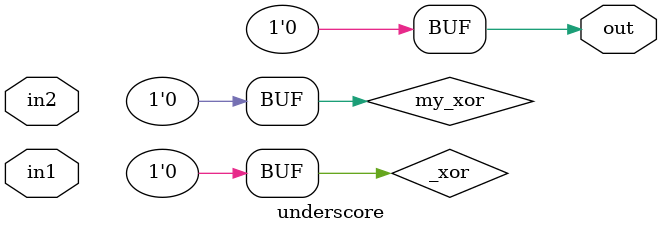
<source format=v>

module underscore(in1, in2, out);
	input in1, in2;
	output wire out;

	wire _xor, my_xor;
	assign _xor = in1 ^ in2;
	assign my_xor = in1 ^ in2;

	assign out = my_xor;
	assign out = _xor;
	assign out = 1'b0_;
	assign out = 0_0;
	assign out = 0_0______1;
endmodule

</source>
